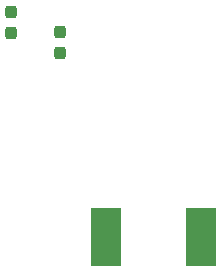
<source format=gbr>
%TF.GenerationSoftware,KiCad,Pcbnew,7.0.9*%
%TF.CreationDate,2025-04-20T12:55:00+02:00*%
%TF.ProjectId,C64-PSU-PCB-replacement-for-902503-06,4336342d-5053-4552-9d50-43422d726570,D*%
%TF.SameCoordinates,Original*%
%TF.FileFunction,Paste,Bot*%
%TF.FilePolarity,Positive*%
%FSLAX46Y46*%
G04 Gerber Fmt 4.6, Leading zero omitted, Abs format (unit mm)*
G04 Created by KiCad (PCBNEW 7.0.9) date 2025-04-20 12:55:00*
%MOMM*%
%LPD*%
G01*
G04 APERTURE LIST*
G04 Aperture macros list*
%AMRoundRect*
0 Rectangle with rounded corners*
0 $1 Rounding radius*
0 $2 $3 $4 $5 $6 $7 $8 $9 X,Y pos of 4 corners*
0 Add a 4 corners polygon primitive as box body*
4,1,4,$2,$3,$4,$5,$6,$7,$8,$9,$2,$3,0*
0 Add four circle primitives for the rounded corners*
1,1,$1+$1,$2,$3*
1,1,$1+$1,$4,$5*
1,1,$1+$1,$6,$7*
1,1,$1+$1,$8,$9*
0 Add four rect primitives between the rounded corners*
20,1,$1+$1,$2,$3,$4,$5,0*
20,1,$1+$1,$4,$5,$6,$7,0*
20,1,$1+$1,$6,$7,$8,$9,0*
20,1,$1+$1,$8,$9,$2,$3,0*%
G04 Aperture macros list end*
%ADD10R,2.500000X5.000000*%
%ADD11RoundRect,0.237500X-0.237500X0.300000X-0.237500X-0.300000X0.237500X-0.300000X0.237500X0.300000X0*%
G04 APERTURE END LIST*
D10*
%TO.C,GND*%
X87871300Y-74714100D03*
%TD*%
%TO.C,+5.1V*%
X79857600Y-74714100D03*
%TD*%
D11*
%TO.C,C2*%
X71780400Y-55692040D03*
X71780400Y-57417040D03*
%TD*%
%TO.C,C3*%
X75956160Y-57375720D03*
X75956160Y-59100720D03*
%TD*%
M02*

</source>
